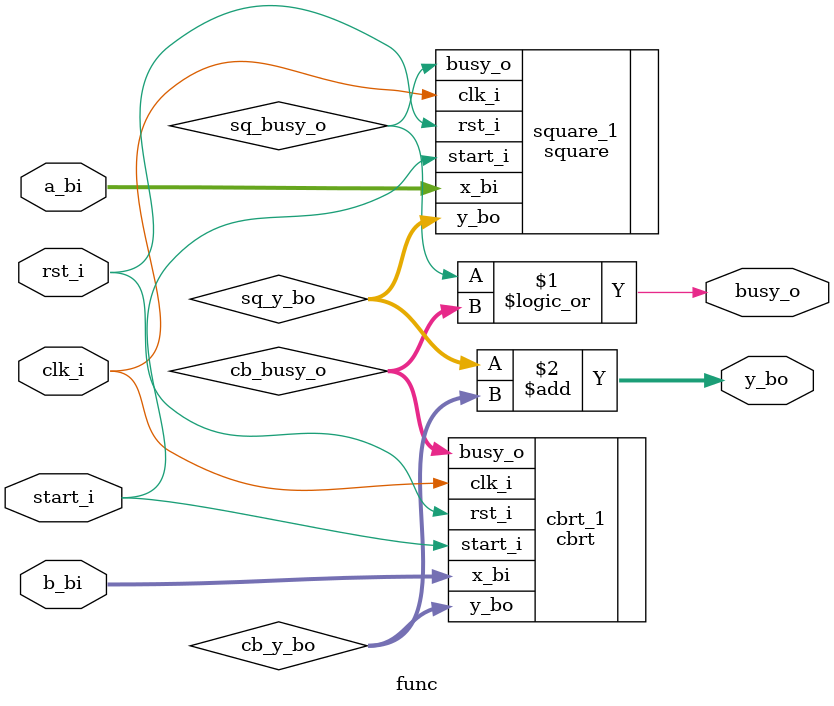
<source format=v>
`timescale 1ns / 1ps


module func(
    input clk_i,
    input rst_i,
    
    input [7:0] a_bi,
    input [7:0] b_bi,
    input start_i,
    
    output busy_o,
    output [15:0] y_bo
);
    
    wire        sq_busy_o;
    wire [15:0] sq_y_bo;
    wire  [2:0] cb_busy_o;
    wire  [2:0] cb_y_bo;
    
    assign busy_o = sq_busy_o || cb_busy_o;
    assign y_bo   = sq_y_bo + cb_y_bo;
    
    square square_1(
        .clk_i(clk_i),
        .rst_i(rst_i),
        .x_bi(a_bi),
        .start_i(start_i),
        .busy_o(sq_busy_o),
        .y_bo(sq_y_bo)
    );
    
     cbrt cbrt_1(
        .clk_i(clk_i),
        .rst_i(rst_i),
        .x_bi(b_bi),
        .start_i(start_i),
        .busy_o(cb_busy_o),
        .y_bo(cb_y_bo)
    );
    
endmodule

</source>
